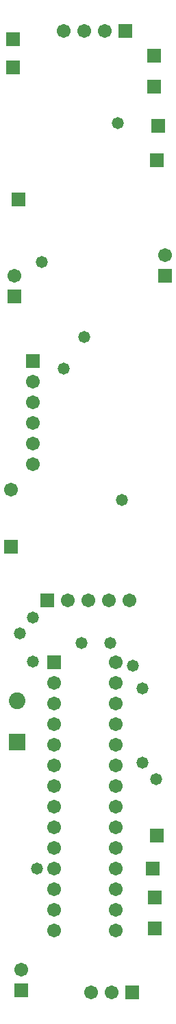
<source format=gbr>
G04 Layer_Color=16711935*
%FSLAX24Y24*%
%MOIN*%
%TF.FileFunction,Soldermask,Bot*%
%TF.Part,Single*%
G01*
G75*
%TA.AperFunction,ComponentPad*%
%ADD34C,0.0671*%
%ADD35R,0.0671X0.0671*%
%ADD36R,0.0671X0.0671*%
%ADD37C,0.0808*%
%ADD38R,0.0808X0.0808*%
%TA.AperFunction,ViaPad*%
%ADD39C,0.0580*%
D34*
X56800Y37500D02*
D03*
X57350Y62000D02*
D03*
Y63000D02*
D03*
Y64000D02*
D03*
Y65000D02*
D03*
Y66000D02*
D03*
X61400Y39400D02*
D03*
Y40400D02*
D03*
Y41400D02*
D03*
Y42400D02*
D03*
Y43400D02*
D03*
Y44400D02*
D03*
Y45400D02*
D03*
Y46400D02*
D03*
Y47400D02*
D03*
Y48400D02*
D03*
Y49400D02*
D03*
Y50400D02*
D03*
Y51400D02*
D03*
Y52400D02*
D03*
X58400Y39400D02*
D03*
Y40400D02*
D03*
Y41400D02*
D03*
Y42400D02*
D03*
Y43400D02*
D03*
Y44400D02*
D03*
Y45400D02*
D03*
Y46400D02*
D03*
Y47400D02*
D03*
Y48400D02*
D03*
Y49400D02*
D03*
Y50400D02*
D03*
Y51400D02*
D03*
X59050Y55400D02*
D03*
X60050D02*
D03*
X61050D02*
D03*
X62050D02*
D03*
X56300Y60798D02*
D03*
X56450Y71150D02*
D03*
X63800Y72150D02*
D03*
X60850Y83000D02*
D03*
X59850D02*
D03*
X58850D02*
D03*
X60200Y36400D02*
D03*
X61200D02*
D03*
D35*
X56800Y36500D02*
D03*
X57350Y67000D02*
D03*
X63400Y44000D02*
D03*
X63200Y42400D02*
D03*
X63300Y41000D02*
D03*
Y39500D02*
D03*
X63250Y80300D02*
D03*
X56400Y81250D02*
D03*
X63250Y81800D02*
D03*
X56300Y58002D02*
D03*
X63450Y78400D02*
D03*
X63400Y76750D02*
D03*
X56450Y70150D02*
D03*
X63800Y71150D02*
D03*
X56400Y82600D02*
D03*
D36*
X58400Y52400D02*
D03*
X58050Y55400D02*
D03*
X56650Y74850D02*
D03*
X61850Y83000D02*
D03*
X62200Y36400D02*
D03*
D37*
X56600Y50550D02*
D03*
D38*
Y48550D02*
D03*
D39*
X57800Y71800D02*
D03*
X57370Y54580D02*
D03*
Y52460D02*
D03*
X56710Y53800D02*
D03*
X58850Y66640D02*
D03*
X59850Y68180D02*
D03*
X62700Y51160D02*
D03*
Y47560D02*
D03*
X61500Y78550D02*
D03*
X61679Y60290D02*
D03*
X61120Y53350D02*
D03*
X63348Y46750D02*
D03*
X62240Y52250D02*
D03*
X59710Y53360D02*
D03*
X57550Y42400D02*
D03*
%TF.MD5,450BB3236D30A408EF7AE36033AB327A*%
M02*

</source>
